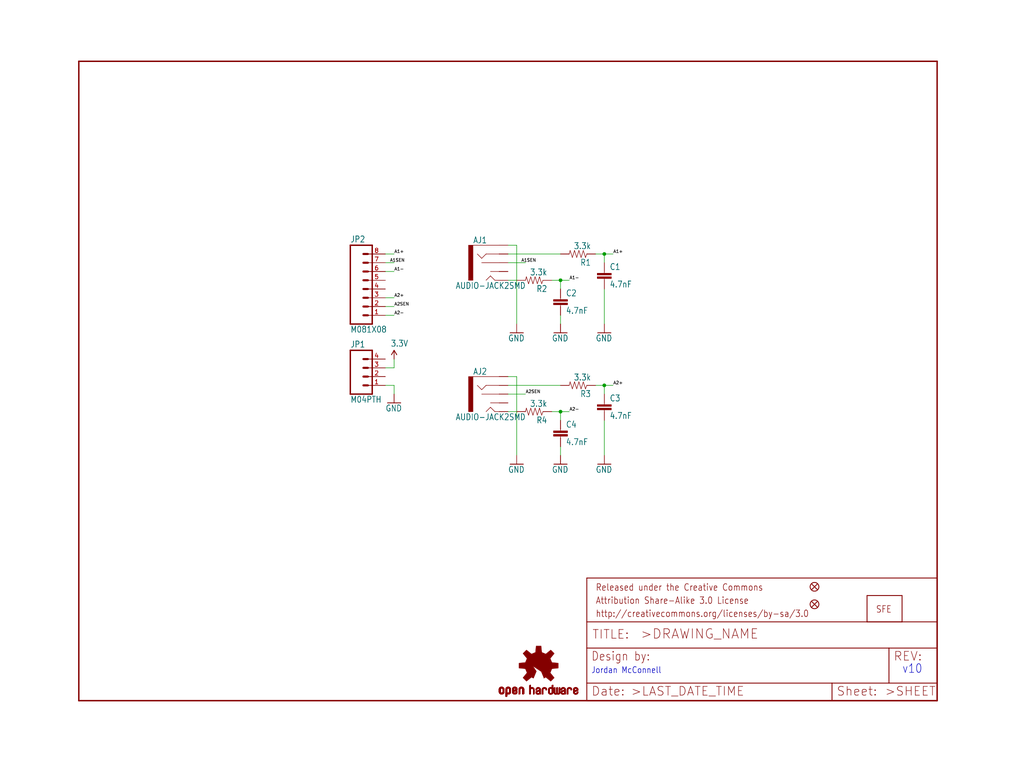
<source format=kicad_sch>
(kicad_sch (version 20211123) (generator eeschema)
  (paper "User" 297.002 223.926)
  (lib_symbols
    (symbol "eagleSchem-eagle-import:3.3V" (power)
      (property "Value" "3.3V" (at -1.016 3.556 0))
      (symbol "3.3V_1_0"
        (pin power_in line (at 0 0 90) (length 2.54) (name "3.3V") (number "1"))
      )
    )
    (symbol "eagleSchem-eagle-import:AUDIO-JACK2SMD"
      (property "Value" "AUDIO-JACK2SMD" (at -5.08 -7.62 0))
      (symbol "AUDIO-JACK2SMD_1_0"
        (pin bidirectional line (at 5.08 2.54 180) (length 2.54) (name "RING") (number "RING"))
        (pin bidirectional line (at 5.08 0 180) (length 2.54) (name "RSH") (number "RSH"))
        (pin bidirectional line (at 5.08 5.08 180) (length 2.54) (name "SLEEVE") (number "SLEEVE"))
        (pin bidirectional line (at 5.08 -5.08 180) (length 2.54) (name "TIP") (number "TIP"))
        (pin bidirectional line (at 5.08 -2.54 180) (length 2.54) (name "TSH") (number "TSH"))
      )
    )
    (symbol "eagleSchem-eagle-import:CAP0402-CAP"
      (property "Reference" "C" (at 1.524 2.921 0))
      (property "Value" "CAP0402-CAP" (at 1.524 -2.159 0))
      (symbol "CAP0402-CAP_1_0"
        (pin passive line (at 0 5.08 270) (length 2.54) (name "1") (number "1"))
        (pin passive line (at 0 -2.54 90) (length 2.54) (name "2") (number "2"))
      )
    )
    (symbol "eagleSchem-eagle-import:FIDUCIALUFIDUCIAL")
    (symbol "eagleSchem-eagle-import:FRAME-LETTER"
      (symbol "FRAME-LETTER_2_0"
        (text ">DRAWING_NAME" (at 15.494 17.78 0) (effects (font (size 2.7432 2.7432)) (justify left bottom)))
        (text ">LAST_DATE_TIME" (at 12.7 1.27 0) (effects (font (size 2.54 2.54)) (justify left bottom)))
        (text ">SHEET" (at 86.36 1.27 0) (effects (font (size 2.54 2.54)) (justify left bottom)))
        (text "Attribution Share-Alike 3.0 License" (at 2.54 27.94 0) (effects (font (size 1.9304 1.6408)) (justify left bottom)))
        (text "Date:" (at 1.27 1.27 0) (effects (font (size 2.54 2.54)) (justify left bottom)))
        (text "Design by:" (at 1.27 11.43 0) (effects (font (size 2.54 2.159)) (justify left bottom)))
        (text "http://creativecommons.org/licenses/by-sa/3.0" (at 2.54 24.13 0) (effects (font (size 1.9304 1.6408)) (justify left bottom)))
        (text "Released under the Creative Commons" (at 2.54 31.75 0) (effects (font (size 1.9304 1.6408)) (justify left bottom)))
        (text "REV:" (at 88.9 11.43 0) (effects (font (size 2.54 2.54)) (justify left bottom)))
        (text "Sheet:" (at 72.39 1.27 0) (effects (font (size 2.54 2.54)) (justify left bottom)))
        (text "TITLE:" (at 1.524 17.78 0) (effects (font (size 2.54 2.54)) (justify left bottom)))
      )
    )
    (symbol "eagleSchem-eagle-import:GND" (power)
      (property "Value" "GND" (at -2.54 -2.54 0))
      (symbol "GND_1_0"
        (pin power_in line (at 0 2.54 270) (length 2.54) (name "GND") (number "1"))
      )
    )
    (symbol "eagleSchem-eagle-import:LOGO-SFENEW"
      (symbol "LOGO-SFENEW_1_0"
        (text "SFE" (at 0 0 0) (effects (font (size 1.9304 1.6408)) (justify left bottom)))
      )
    )
    (symbol "eagleSchem-eagle-import:M04PTH"
      (property "Reference" "JP" (at -5.08 8.382 0))
      (property "Value" "M04PTH" (at -5.08 -7.62 0))
      (symbol "M04PTH_1_0"
        (pin passive line (at 5.08 -2.54 180) (length 5.08) (name "1") (number "1"))
        (pin passive line (at 5.08 0 180) (length 5.08) (name "2") (number "2"))
        (pin passive line (at 5.08 2.54 180) (length 5.08) (name "3") (number "3"))
        (pin passive line (at 5.08 5.08 180) (length 5.08) (name "4") (number "4"))
      )
    )
    (symbol "eagleSchem-eagle-import:M081X08"
      (property "Reference" "JP" (at -5.08 13.462 0))
      (property "Value" "M081X08" (at -5.08 -12.7 0))
      (symbol "M081X08_1_0"
        (pin passive line (at 5.08 -7.62 180) (length 5.08) (name "1") (number "1"))
        (pin passive line (at 5.08 -5.08 180) (length 5.08) (name "2") (number "2"))
        (pin passive line (at 5.08 -2.54 180) (length 5.08) (name "3") (number "3"))
        (pin passive line (at 5.08 0 180) (length 5.08) (name "4") (number "4"))
        (pin passive line (at 5.08 2.54 180) (length 5.08) (name "5") (number "5"))
        (pin passive line (at 5.08 5.08 180) (length 5.08) (name "6") (number "6"))
        (pin passive line (at 5.08 7.62 180) (length 5.08) (name "7") (number "7"))
        (pin passive line (at 5.08 10.16 180) (length 5.08) (name "8") (number "8"))
      )
    )
    (symbol "eagleSchem-eagle-import:OSHW-LOGOS")
    (symbol "eagleSchem-eagle-import:RESISTOR0402-RES"
      (property "Reference" "R" (at -3.81 1.4986 0))
      (property "Value" "RESISTOR0402-RES" (at -3.81 -3.302 0))
      (symbol "RESISTOR0402-RES_1_0"
        (pin passive line (at -5.08 0 0) (length 2.54) (name "1") (number "1"))
        (pin passive line (at 5.08 0 180) (length 2.54) (name "2") (number "2"))
      )
    )
  )
  (junction (at 162.56 119.38))
  (junction (at 175.26 111.76))
  (junction (at 175.26 73.66))
  (junction (at 162.56 81.28))
  (wire (pts (xy 162.56 81.28) (xy 165.1 81.28)))
  (wire (pts (xy 162.56 119.38) (xy 162.56 121.92)))
  (wire (pts (xy 114.3 106.68) (xy 114.3 104.14)))
  (wire (pts (xy 175.26 73.66) (xy 177.8 73.66)))
  (wire (pts (xy 175.26 76.2) (xy 175.26 73.66)))
  (wire (pts (xy 175.26 111.76) (xy 177.8 111.76)))
  (wire (pts (xy 111.76 78.74) (xy 114.3 78.74)))
  (wire (pts (xy 111.76 88.9) (xy 114.3 88.9)))
  (wire (pts (xy 111.76 76.2) (xy 114.3 76.2)))
  (wire (pts (xy 175.26 73.66) (xy 172.72 73.66)))
  (wire (pts (xy 147.32 71.12) (xy 149.86 71.12)))
  (wire (pts (xy 147.32 76.2) (xy 152.4 76.2)))
  (wire (pts (xy 162.56 119.38) (xy 165.1 119.38)))
  (wire (pts (xy 147.32 109.22) (xy 149.86 109.22)))
  (wire (pts (xy 111.76 91.44) (xy 114.3 91.44)))
  (wire (pts (xy 149.86 71.12) (xy 149.86 93.98)))
  (wire (pts (xy 162.56 91.44) (xy 162.56 93.98)))
  (wire (pts (xy 147.32 73.66) (xy 162.56 73.66)))
  (wire (pts (xy 175.26 93.98) (xy 175.26 83.82)))
  (wire (pts (xy 114.3 111.76) (xy 114.3 114.3)))
  (wire (pts (xy 111.76 111.76) (xy 114.3 111.76)))
  (wire (pts (xy 160.02 119.38) (xy 162.56 119.38)))
  (wire (pts (xy 111.76 106.68) (xy 114.3 106.68)))
  (wire (pts (xy 162.56 81.28) (xy 162.56 83.82)))
  (wire (pts (xy 147.32 81.28) (xy 149.86 81.28)))
  (wire (pts (xy 175.26 121.92) (xy 175.26 132.08)))
  (wire (pts (xy 160.02 81.28) (xy 162.56 81.28)))
  (wire (pts (xy 175.26 111.76) (xy 175.26 114.3)))
  (wire (pts (xy 149.86 109.22) (xy 149.86 132.08)))
  (wire (pts (xy 162.56 129.54) (xy 162.56 132.08)))
  (wire (pts (xy 172.72 111.76) (xy 175.26 111.76)))
  (wire (pts (xy 147.32 114.3) (xy 152.4 114.3)))
  (wire (pts (xy 111.76 73.66) (xy 114.3 73.66)))
  (wire (pts (xy 111.76 86.36) (xy 114.3 86.36)))
  (wire (pts (xy 147.32 119.38) (xy 149.86 119.38)))
  (wire (pts (xy 147.32 111.76) (xy 162.56 111.76)))
  (text "v10" (at 261.62 195.58 180) (effects (font (size 2.54 2.159)) (justify left bottom)))
  (text "Jordan McConnell" (at 171.45 195.58 180) (effects (font (size 1.778 1.5113)) (justify left bottom)))
  (label "A2+" (at 114.3 86.36 0) (effects (font (size 0.889 0.889))))
  (label "A1SEN" (at 113.03 76.2 0) (effects (font (size 0.889 0.889))))
  (label "A1+" (at 177.8 73.66 0) (effects (font (size 0.889 0.889))))
  (label "A1-" (at 114.3 78.74 0) (effects (font (size 0.889 0.889))))
  (label "A2-" (at 165.1 119.38 0) (effects (font (size 0.889 0.889))))
  (label "A2-" (at 114.3 91.44 0) (effects (font (size 0.889 0.889))))
  (label "A2+" (at 177.8 111.76 0) (effects (font (size 0.889 0.889))))
  (label "A2SEN" (at 152.4 114.3 0) (effects (font (size 0.889 0.889))))
  (label "A1-" (at 165.1 81.28 0) (effects (font (size 0.889 0.889))))
  (label "A1SEN" (at 151.13 76.2 0) (effects (font (size 0.889 0.889))))
  (label "A1+" (at 114.3 73.66 0) (effects (font (size 0.889 0.889))))
  (label "A2SEN" (at 114.3 88.9 0) (effects (font (size 0.889 0.889))))
  (symbol (lib_id "eagleSchem-eagle-import:GND") (at 175.26 96.52 0) (unit 1)
    (property "Reference" "#GND3" (effects hide))
    (property "Value" "GND" (at 172.72 99.06 0) (effects (font (size 1.778 1.5113)) (justify left bottom)))
    (property "Footprint" "eagleSchem:" (effects hide))
  )
  (symbol (lib_id "eagleSchem-eagle-import:GND") (at 162.56 134.62 0) (unit 1)
    (property "Reference" "#GND4" (effects hide))
    (property "Value" "GND" (at 160.02 137.16 0) (effects (font (size 1.778 1.5113)) (justify left bottom)))
    (property "Footprint" "eagleSchem:" (effects hide))
  )
  (symbol (lib_id "eagleSchem-eagle-import:CAP0402-CAP") (at 175.26 119.38 0) (unit 1)
    (property "Reference" "C3" (at 176.784 116.459 0) (effects (font (size 1.778 1.5113)) (justify left bottom)))
    (property "Value" "4.7nF" (at 176.784 121.539 0) (effects (font (size 1.778 1.5113)) (justify left bottom)))
    (property "Footprint" "eagleSchem:0402-CAP" (effects hide))
  )
  (symbol (lib_id "eagleSchem-eagle-import:CAP0402-CAP") (at 162.56 88.9 0) (unit 1)
    (property "Reference" "C2" (at 164.084 85.979 0) (effects (font (size 1.778 1.5113)) (justify left bottom)))
    (property "Value" "4.7nF" (at 164.084 91.059 0) (effects (font (size 1.778 1.5113)) (justify left bottom)))
    (property "Footprint" "eagleSchem:0402-CAP" (effects hide))
  )
  (symbol (lib_id "eagleSchem-eagle-import:CAP0402-CAP") (at 162.56 127 0) (unit 1)
    (property "Reference" "C4" (at 164.084 124.079 0) (effects (font (size 1.778 1.5113)) (justify left bottom)))
    (property "Value" "4.7nF" (at 164.084 129.159 0) (effects (font (size 1.778 1.5113)) (justify left bottom)))
    (property "Footprint" "eagleSchem:0402-CAP" (effects hide))
  )
  (symbol (lib_id "eagleSchem-eagle-import:CAP0402-CAP") (at 175.26 81.28 0) (unit 1)
    (property "Reference" "C1" (at 176.784 78.359 0) (effects (font (size 1.778 1.5113)) (justify left bottom)))
    (property "Value" "4.7nF" (at 176.784 83.439 0) (effects (font (size 1.778 1.5113)) (justify left bottom)))
    (property "Footprint" "eagleSchem:0402-CAP" (effects hide))
  )
  (symbol (lib_id "eagleSchem-eagle-import:FRAME-LETTER") (at 170.18 203.2 0) (unit 2)
    (property "Reference" "FRAME2" (effects hide))
    (property "Value" "FRAME-LETTER" (effects hide))
    (property "Footprint" "eagleSchem:CREATIVE_COMMONS" (effects hide))
  )
  (symbol (lib_id "eagleSchem-eagle-import:FIDUCIALUFIDUCIAL") (at 236.22 170.18 0) (unit 1)
    (property "Reference" "JP5" (effects hide))
    (property "Value" "FIDUCIALUFIDUCIAL" (effects hide))
    (property "Footprint" "eagleSchem:MICRO-FIDUCIAL" (effects hide))
  )
  (symbol (lib_id "eagleSchem-eagle-import:GND") (at 162.56 96.52 0) (unit 1)
    (property "Reference" "#GND2" (effects hide))
    (property "Value" "GND" (at 160.02 99.06 0) (effects (font (size 1.778 1.5113)) (justify left bottom)))
    (property "Footprint" "eagleSchem:" (effects hide))
  )
  (symbol (lib_id "eagleSchem-eagle-import:OSHW-LOGOS") (at 156.21 193.04 0) (unit 1)
    (property "Reference" "U$1" (effects hide))
    (property "Value" "OSHW-LOGOS" (effects hide))
    (property "Footprint" "eagleSchem:OSHW-LOGO-S" (effects hide))
  )
  (symbol (lib_id "eagleSchem-eagle-import:RESISTOR0402-RES") (at 167.64 73.66 180) (unit 1)
    (property "Reference" "R1" (at 171.45 75.1586 0) (effects (font (size 1.778 1.5113)) (justify left bottom)))
    (property "Value" "3.3k" (at 171.45 70.358 0) (effects (font (size 1.778 1.5113)) (justify left bottom)))
    (property "Footprint" "eagleSchem:0402-RES" (effects hide))
  )
  (symbol (lib_id "eagleSchem-eagle-import:RESISTOR0402-RES") (at 154.94 119.38 180) (unit 1)
    (property "Reference" "R4" (at 158.75 120.8786 0) (effects (font (size 1.778 1.5113)) (justify left bottom)))
    (property "Value" "3.3k" (at 158.75 116.078 0) (effects (font (size 1.778 1.5113)) (justify left bottom)))
    (property "Footprint" "eagleSchem:0402-RES" (effects hide))
  )
  (symbol (lib_id "eagleSchem-eagle-import:AUDIO-JACK2SMD") (at 142.24 76.2 0) (unit 1)
    (property "Reference" "AJ1" (at 137.16 70.612 0) (effects (font (size 1.778 1.5113)) (justify left bottom)))
    (property "Value" "AUDIO-JACK2SMD" (at 132.08 83.82 0) (effects (font (size 1.778 1.5113)) (justify left bottom)))
    (property "Footprint" "eagleSchem:AUDIO-JACK-3.5MM-SMD" (effects hide))
  )
  (symbol (lib_id "eagleSchem-eagle-import:AUDIO-JACK2SMD") (at 142.24 114.3 0) (unit 1)
    (property "Reference" "AJ2" (at 137.16 108.712 0) (effects (font (size 1.778 1.5113)) (justify left bottom)))
    (property "Value" "AUDIO-JACK2SMD" (at 132.08 121.92 0) (effects (font (size 1.778 1.5113)) (justify left bottom)))
    (property "Footprint" "eagleSchem:AUDIO-JACK-3.5MM-SMD" (effects hide))
  )
  (symbol (lib_id "eagleSchem-eagle-import:M04PTH") (at 106.68 109.22 0) (unit 1)
    (property "Reference" "JP1" (at 101.6 100.838 0) (effects (font (size 1.778 1.5113)) (justify left bottom)))
    (property "Value" "M04PTH" (at 101.6 116.84 0) (effects (font (size 1.778 1.5113)) (justify left bottom)))
    (property "Footprint" "eagleSchem:1X04" (effects hide))
  )
  (symbol (lib_id "eagleSchem-eagle-import:FRAME-LETTER") (at 22.86 203.2 0) (unit 1)
    (property "Reference" "FRAME2" (effects hide))
    (property "Value" "FRAME-LETTER" (effects hide))
    (property "Footprint" "eagleSchem:CREATIVE_COMMONS" (effects hide))
  )
  (symbol (lib_id "eagleSchem-eagle-import:GND") (at 114.3 116.84 0) (unit 1)
    (property "Reference" "#GND1" (effects hide))
    (property "Value" "GND" (at 111.76 119.38 0) (effects (font (size 1.778 1.5113)) (justify left bottom)))
    (property "Footprint" "eagleSchem:" (effects hide))
  )
  (symbol (lib_id "eagleSchem-eagle-import:RESISTOR0402-RES") (at 167.64 111.76 180) (unit 1)
    (property "Reference" "R3" (at 171.45 113.2586 0) (effects (font (size 1.778 1.5113)) (justify left bottom)))
    (property "Value" "3.3k" (at 171.45 108.458 0) (effects (font (size 1.778 1.5113)) (justify left bottom)))
    (property "Footprint" "eagleSchem:0402-RES" (effects hide))
  )
  (symbol (lib_id "eagleSchem-eagle-import:GND") (at 175.26 134.62 0) (unit 1)
    (property "Reference" "#GND5" (effects hide))
    (property "Value" "GND" (at 172.72 137.16 0) (effects (font (size 1.778 1.5113)) (justify left bottom)))
    (property "Footprint" "eagleSchem:" (effects hide))
  )
  (symbol (lib_id "eagleSchem-eagle-import:3.3V") (at 114.3 104.14 0) (unit 1)
    (property "Reference" "#P+1" (effects hide))
    (property "Value" "3.3V" (at 113.284 100.584 0) (effects (font (size 1.778 1.5113)) (justify left bottom)))
    (property "Footprint" "eagleSchem:" (effects hide))
  )
  (symbol (lib_id "eagleSchem-eagle-import:M081X08") (at 106.68 83.82 0) (unit 1)
    (property "Reference" "JP2" (at 101.6 70.358 0) (effects (font (size 1.778 1.5113)) (justify left bottom)))
    (property "Value" "M081X08" (at 101.6 96.52 0) (effects (font (size 1.778 1.5113)) (justify left bottom)))
    (property "Footprint" "eagleSchem:1X08" (effects hide))
  )
  (symbol (lib_id "eagleSchem-eagle-import:GND") (at 149.86 134.62 0) (unit 1)
    (property "Reference" "#GND6" (effects hide))
    (property "Value" "GND" (at 147.32 137.16 0) (effects (font (size 1.778 1.5113)) (justify left bottom)))
    (property "Footprint" "eagleSchem:" (effects hide))
  )
  (symbol (lib_id "eagleSchem-eagle-import:GND") (at 149.86 96.52 0) (unit 1)
    (property "Reference" "#GND7" (effects hide))
    (property "Value" "GND" (at 147.32 99.06 0) (effects (font (size 1.778 1.5113)) (justify left bottom)))
    (property "Footprint" "eagleSchem:" (effects hide))
  )
  (symbol (lib_id "eagleSchem-eagle-import:RESISTOR0402-RES") (at 154.94 81.28 180) (unit 1)
    (property "Reference" "R2" (at 158.75 82.7786 0) (effects (font (size 1.778 1.5113)) (justify left bottom)))
    (property "Value" "3.3k" (at 158.75 77.978 0) (effects (font (size 1.778 1.5113)) (justify left bottom)))
    (property "Footprint" "eagleSchem:0402-RES" (effects hide))
  )
  (symbol (lib_id "eagleSchem-eagle-import:LOGO-SFENEW") (at 254 177.8 0) (unit 1)
    (property "Reference" "JP4" (effects hide))
    (property "Value" "LOGO-SFENEW" (effects hide))
    (property "Footprint" "eagleSchem:SFE-NEW-WEBLOGO" (effects hide))
  )
  (symbol (lib_id "eagleSchem-eagle-import:FIDUCIALUFIDUCIAL") (at 236.22 175.26 0) (unit 1)
    (property "Reference" "JP6" (effects hide))
    (property "Value" "FIDUCIALUFIDUCIAL" (effects hide))
    (property "Footprint" "eagleSchem:MICRO-FIDUCIAL" (effects hide))
  )
)
</source>
